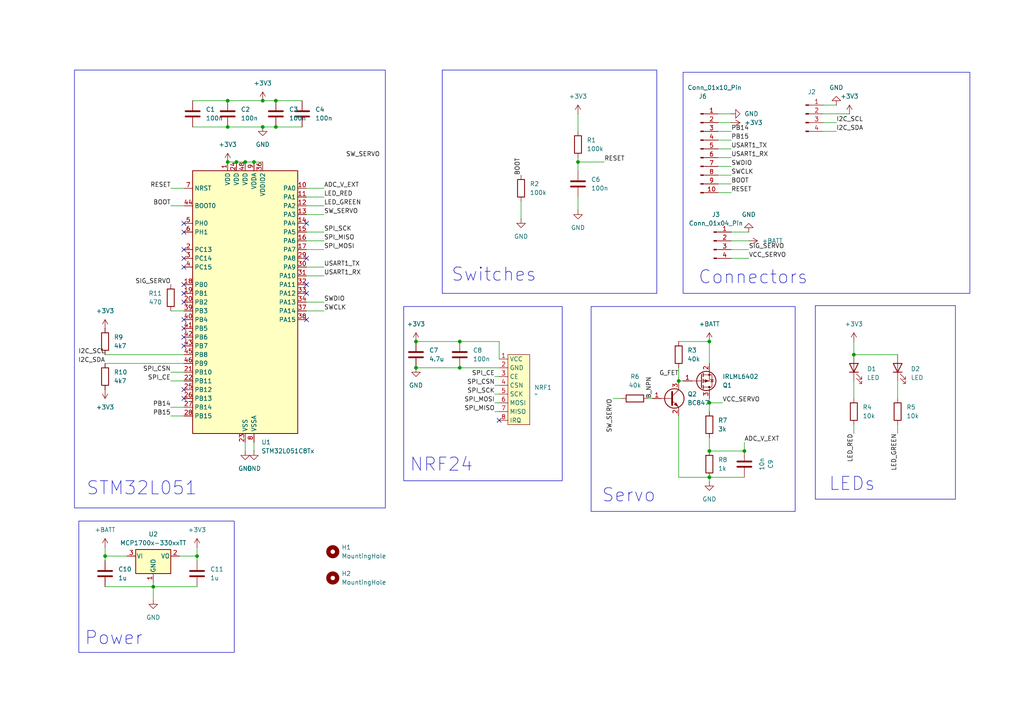
<source format=kicad_sch>
(kicad_sch (version 20250114) (generator "eeschema") (generator_version "9.0")
  (paper "A4")
  (title_block (title "Ventilation") (company "Peter's projects"))
  (lib_symbols
    (symbol "Connector:Conn_01x04_Pin" (pin_names (offset 1.016) (hide yes))
      (property "Reference" "J" (at 0 5.08 0))
      (property "Value" "Conn_01x04_Pin" (at 0 -7.62 0))
      (symbol "Conn_01x04_Pin_1_1"
        (rectangle (start 0.8636 2.667) (end 0 2.413) (stroke (width 0.1524)) (fill (type outline)))
        (rectangle (start 0.8636 0.127) (end 0 -0.127) (stroke (width 0.1524)) (fill (type outline)))
        (rectangle (start 0.8636 -2.413) (end 0 -2.667) (stroke (width 0.1524)) (fill (type outline)))
        (rectangle (start 0.8636 -4.953) (end 0 -5.207) (stroke (width 0.1524)) (fill (type outline)))
        (polyline (pts (xy 1.27 2.54) (xy 0.8636 2.54)) (stroke (width 0.1524)))
        (polyline (pts (xy 1.27 0) (xy 0.8636 0)) (stroke (width 0.1524)))
        (polyline (pts (xy 1.27 -2.54) (xy 0.8636 -2.54)) (stroke (width 0.1524)))
        (polyline (pts (xy 1.27 -5.08) (xy 0.8636 -5.08)) (stroke (width 0.1524)))
        (pin passive line (at 5.08 2.54 180) (length 3.81) (name "Pin_1") (number "1"))
        (pin passive line (at 5.08 0 180) (length 3.81) (name "Pin_2") (number "2"))
        (pin passive line (at 5.08 -2.54 180) (length 3.81) (name "Pin_3") (number "3"))
        (pin passive line (at 5.08 -5.08 180) (length 3.81) (name "Pin_4") (number "4"))
      )
    )
    (symbol "Connector:Conn_01x10_Pin" (pin_names (offset 1.016) (hide yes))
      (property "Reference" "J" (at 0 12.7 0))
      (property "Value" "Conn_01x10_Pin" (at 0 -15.24 0))
      (symbol "Conn_01x10_Pin_1_1"
        (rectangle (start 0.8636 10.287) (end 0 10.033) (stroke (width 0.1524)) (fill (type outline)))
        (rectangle (start 0.8636 7.747) (end 0 7.493) (stroke (width 0.1524)) (fill (type outline)))
        (rectangle (start 0.8636 5.207) (end 0 4.953) (stroke (width 0.1524)) (fill (type outline)))
        (rectangle (start 0.8636 2.667) (end 0 2.413) (stroke (width 0.1524)) (fill (type outline)))
        (rectangle (start 0.8636 0.127) (end 0 -0.127) (stroke (width 0.1524)) (fill (type outline)))
        (rectangle (start 0.8636 -2.413) (end 0 -2.667) (stroke (width 0.1524)) (fill (type outline)))
        (rectangle (start 0.8636 -4.953) (end 0 -5.207) (stroke (width 0.1524)) (fill (type outline)))
        (rectangle (start 0.8636 -7.493) (end 0 -7.747) (stroke (width 0.1524)) (fill (type outline)))
        (rectangle (start 0.8636 -10.033) (end 0 -10.287) (stroke (width 0.1524)) (fill (type outline)))
        (rectangle (start 0.8636 -12.573) (end 0 -12.827) (stroke (width 0.1524)) (fill (type outline)))
        (polyline (pts (xy 1.27 10.16) (xy 0.8636 10.16)) (stroke (width 0.1524)))
        (polyline (pts (xy 1.27 7.62) (xy 0.8636 7.62)) (stroke (width 0.1524)))
        (polyline (pts (xy 1.27 5.08) (xy 0.8636 5.08)) (stroke (width 0.1524)))
        (polyline (pts (xy 1.27 2.54) (xy 0.8636 2.54)) (stroke (width 0.1524)))
        (polyline (pts (xy 1.27 0) (xy 0.8636 0)) (stroke (width 0.1524)))
        (polyline (pts (xy 1.27 -2.54) (xy 0.8636 -2.54)) (stroke (width 0.1524)))
        (polyline (pts (xy 1.27 -5.08) (xy 0.8636 -5.08)) (stroke (width 0.1524)))
        (polyline (pts (xy 1.27 -7.62) (xy 0.8636 -7.62)) (stroke (width 0.1524)))
        (polyline (pts (xy 1.27 -10.16) (xy 0.8636 -10.16)) (stroke (width 0.1524)))
        (polyline (pts (xy 1.27 -12.7) (xy 0.8636 -12.7)) (stroke (width 0.1524)))
        (pin passive line (at 5.08 10.16 180) (length 3.81) (name "Pin_1") (number "1"))
        (pin passive line (at 5.08 7.62 180) (length 3.81) (name "Pin_2") (number "2"))
        (pin passive line (at 5.08 5.08 180) (length 3.81) (name "Pin_3") (number "3"))
        (pin passive line (at 5.08 2.54 180) (length 3.81) (name "Pin_4") (number "4"))
        (pin passive line (at 5.08 0 180) (length 3.81) (name "Pin_5") (number "5"))
        (pin passive line (at 5.08 -2.54 180) (length 3.81) (name "Pin_6") (number "6"))
        (pin passive line (at 5.08 -5.08 180) (length 3.81) (name "Pin_7") (number "7"))
        (pin passive line (at 5.08 -7.62 180) (length 3.81) (name "Pin_8") (number "8"))
        (pin passive line (at 5.08 -10.16 180) (length 3.81) (name "Pin_9") (number "9"))
        (pin passive line (at 5.08 -12.7 180) (length 3.81) (name "Pin_10") (number "10"))
      )
    )
    (symbol "Device:C" (pin_numbers (hide yes)) (pin_names (offset 0.254))
      (property "Reference" "C" (at 0.635 2.54 0))
      (property "Value" "C" (at 0.635 -2.54 0))
      (symbol "C_0_1"
        (polyline (pts (xy -2.032 0.762) (xy 2.032 0.762)) (stroke (width 0.508)))
        (polyline (pts (xy -2.032 -0.762) (xy 2.032 -0.762)) (stroke (width 0.508)))
      )
      (symbol "C_1_1"
        (pin passive line (at 0 3.81 270) (length 2.794) (name "~") (number "1"))
        (pin passive line (at 0 -3.81 90) (length 2.794) (name "~") (number "2"))
      )
    )
    (symbol "Device:LED" (pin_numbers (hide yes)) (pin_names (offset 1.016) (hide yes))
      (property "Reference" "D" (at 0 2.54 0))
      (property "Value" "LED" (at 0 -2.54 0))
      (symbol "LED_0_1"
        (polyline (pts (xy -3.048 -0.762) (xy -4.572 -2.286) (xy -3.81 -2.286) (xy -4.572 -2.286) (xy -4.572 -1.524)))
        (polyline (pts (xy -1.778 -0.762) (xy -3.302 -2.286) (xy -2.54 -2.286) (xy -3.302 -2.286) (xy -3.302 -1.524)))
        (polyline (pts (xy -1.27 0) (xy 1.27 0)))
        (polyline (pts (xy -1.27 -1.27) (xy -1.27 1.27)) (stroke (width 0.254)))
        (polyline (pts (xy 1.27 -1.27) (xy 1.27 1.27) (xy -1.27 0) (xy 1.27 -1.27)) (stroke (width 0.254)))
      )
      (symbol "LED_1_1"
        (pin passive line (at -3.81 0 0) (length 2.54) (name "K") (number "1"))
        (pin passive line (at 3.81 0 180) (length 2.54) (name "A") (number "2"))
      )
    )
    (symbol "Device:R" (pin_numbers (hide yes)) (pin_names (offset 0))
      (property "Reference" "R" (at 2.032 0 90))
      (property "Value" "R" (at 0 0 90))
      (symbol "R_0_1"
        (rectangle (start -1.016 -2.54) (end 1.016 2.54) (stroke (width 0.254)))
      )
      (symbol "R_1_1"
        (pin passive line (at 0 3.81 270) (length 1.27) (name "~") (number "1"))
        (pin passive line (at 0 -3.81 90) (length 1.27) (name "~") (number "2"))
      )
    )
    (symbol "MCU_ST_STM32L0:STM32L051C8Tx"
      (property "Reference" "U" (at -15.24 39.37 0))
      (property "Value" "STM32L051C8Tx" (at 7.62 39.37 0))
      (symbol "STM32L051C8Tx_0_1"
        (rectangle (start -15.24 -38.1) (end 15.24 38.1) (stroke (width 0.254)) (fill (type background)))
      )
      (symbol "STM32L051C8Tx_1_1"
        (pin input line (at -17.78 33.02 0) (length 2.54) (name "NRST") (number "7"))
        (pin input line (at -17.78 27.94 0) (length 2.54) (name "BOOT0") (number "44"))
        (pin bidirectional line (at -17.78 22.86 0) (length 2.54) (name "PH0") (number "5"))
        (pin bidirectional line (at -17.78 20.32 0) (length 2.54) (name "PH1") (number "6"))
        (pin bidirectional line (at -17.78 15.24 0) (length 2.54) (name "PC13") (number "2"))
        (pin bidirectional line (at -17.78 12.7 0) (length 2.54) (name "PC14") (number "3"))
        (pin bidirectional line (at -17.78 10.16 0) (length 2.54) (name "PC15") (number "4"))
        (pin bidirectional line (at -17.78 5.08 0) (length 2.54) (name "PB0") (number "18"))
        (pin bidirectional line (at -17.78 2.54 0) (length 2.54) (name "PB1") (number "19"))
        (pin bidirectional line (at -17.78 0 0) (length 2.54) (name "PB2") (number "20"))
        (pin bidirectional line (at -17.78 -2.54 0) (length 2.54) (name "PB3") (number "39"))
        (pin bidirectional line (at -17.78 -5.08 0) (length 2.54) (name "PB4") (number "40"))
        (pin bidirectional line (at -17.78 -7.62 0) (length 2.54) (name "PB5") (number "41"))
        (pin bidirectional line (at -17.78 -10.16 0) (length 2.54) (name "PB6") (number "42"))
        (pin bidirectional line (at -17.78 -12.7 0) (length 2.54) (name "PB7") (number "43"))
        (pin bidirectional line (at -17.78 -15.24 0) (length 2.54) (name "PB8") (number "45"))
        (pin bidirectional line (at -17.78 -17.78 0) (length 2.54) (name "PB9") (number "46"))
        (pin bidirectional line (at -17.78 -20.32 0) (length 2.54) (name "PB10") (number "21"))
        (pin bidirectional line (at -17.78 -22.86 0) (length 2.54) (name "PB11") (number "22"))
        (pin bidirectional line (at -17.78 -25.4 0) (length 2.54) (name "PB12") (number "25"))
        (pin bidirectional line (at -17.78 -27.94 0) (length 2.54) (name "PB13") (number "26"))
        (pin bidirectional line (at -17.78 -30.48 0) (length 2.54) (name "PB14") (number "27"))
        (pin bidirectional line (at -17.78 -33.02 0) (length 2.54) (name "PB15") (number "28"))
        (pin power_in line (at -5.08 40.64 270) (length 2.54) (name "VDD") (number "1"))
        (pin power_in line (at -2.54 40.64 270) (length 2.54) (name "VDD") (number "24"))
        (pin power_in line (at 0 40.64 270) (length 2.54) (name "VDD") (number "48"))
        (pin power_in line (at 0 -40.64 90) (length 2.54) (name "VSS") (number "23"))
        (pin passive line (at 0 -40.64 90) (length 2.54) (hide yes) (name "VSS") (number "35"))
        (pin passive line (at 0 -40.64 90) (length 2.54) (hide yes) (name "VSS") (number "47"))
        (pin power_in line (at 2.54 40.64 270) (length 2.54) (name "VDDA") (number "9"))
        (pin power_in line (at 2.54 -40.64 90) (length 2.54) (name "VSSA") (number "8"))
        (pin power_in line (at 5.08 40.64 270) (length 2.54) (name "VDDIO2") (number "36"))
        (pin bidirectional line (at 17.78 33.02 180) (length 2.54) (name "PA0") (number "10"))
        (pin bidirectional line (at 17.78 30.48 180) (length 2.54) (name "PA1") (number "11"))
        (pin bidirectional line (at 17.78 27.94 180) (length 2.54) (name "PA2") (number "12"))
        (pin bidirectional line (at 17.78 25.4 180) (length 2.54) (name "PA3") (number "13"))
        (pin bidirectional line (at 17.78 22.86 180) (length 2.54) (name "PA4") (number "14"))
        (pin bidirectional line (at 17.78 20.32 180) (length 2.54) (name "PA5") (number "15"))
        (pin bidirectional line (at 17.78 17.78 180) (length 2.54) (name "PA6") (number "16"))
        (pin bidirectional line (at 17.78 15.24 180) (length 2.54) (name "PA7") (number "17"))
        (pin bidirectional line (at 17.78 12.7 180) (length 2.54) (name "PA8") (number "29"))
        (pin bidirectional line (at 17.78 10.16 180) (length 2.54) (name "PA9") (number "30"))
        (pin bidirectional line (at 17.78 7.62 180) (length 2.54) (name "PA10") (number "31"))
        (pin bidirectional line (at 17.78 5.08 180) (length 2.54) (name "PA11") (number "32"))
        (pin bidirectional line (at 17.78 2.54 180) (length 2.54) (name "PA12") (number "33"))
        (pin bidirectional line (at 17.78 0 180) (length 2.54) (name "PA13") (number "34"))
        (pin bidirectional line (at 17.78 -2.54 180) (length 2.54) (name "PA14") (number "37"))
        (pin bidirectional line (at 17.78 -5.08 180) (length 2.54) (name "PA15") (number "38"))
      )
    )
    (symbol "Mechanical:MountingHole" (pin_names (offset 1.016)) (in_bom no)
      (property "Reference" "H" (at 0 5.08 0))
      (property "Value" "MountingHole" (at 0 3.175 0))
      (symbol "MountingHole_0_1"
        (circle (center 0 0) (radius 1.27) (stroke (width 1.27)))
      )
    )
    (symbol "PVDW_custom:NRF24L01MINI"
      (property "Reference" "NRF24" (at 2.54 2.54 0))
      (symbol "NRF24L01MINI_1_1"
        (rectangle (start 0 1.27) (end 6.35 -19.05) (fill (type background)))
        (pin power_in line (at -2.54 0 0) (length 2.54) (name "VCC") (number "1"))
        (pin power_in line (at -2.54 -2.54 0) (length 2.54) (name "GND") (number "2"))
        (pin input line (at -2.54 -5.08 0) (length 2.54) (name "CE") (number "3"))
        (pin input line (at -2.54 -7.62 0) (length 2.54) (name "CSN") (number "4"))
        (pin input line (at -2.54 -10.16 0) (length 2.54) (name "SCK") (number "5"))
        (pin input line (at -2.54 -12.7 0) (length 2.54) (name "MOSI") (number "6"))
        (pin output line (at -2.54 -15.24 0) (length 2.54) (name "MISO") (number "7"))
        (pin output line (at -2.54 -17.78 0) (length 2.54) (name "IRQ") (number "8"))
      )
    )
    (symbol "Regulator_Linear:MCP1700x-330xxTT" (pin_names (offset 0.254))
      (property "Reference" "U" (at -3.81 3.175 0))
      (property "Value" "MCP1700x-330xxTT" (at 0 3.175 0))
      (symbol "MCP1700x-330xxTT_0_1"
        (rectangle (start -5.08 1.905) (end 5.08 -5.08) (stroke (width 0.254)) (fill (type background)))
      )
      (symbol "MCP1700x-330xxTT_1_1"
        (pin power_in line (at -7.62 0 0) (length 2.54) (name "VI") (number "3"))
        (pin power_in line (at 0 -7.62 90) (length 2.54) (name "GND") (number "1"))
        (pin power_out line (at 7.62 0 180) (length 2.54) (name "VO") (number "2"))
      )
    )
    (symbol "Transistor_BJT:BC847" (pin_names (offset 0) (hide yes))
      (property "Reference" "Q" (at 5.08 1.905 0))
      (property "Value" "BC847" (at 5.08 0 0))
      (symbol "BC847_0_1"
        (polyline (pts (xy -2.54 0) (xy 0.635 0)))
        (polyline (pts (xy 0.635 1.905) (xy 0.635 -1.905)) (stroke (width 0.508)))
        (circle (center 1.27 0) (radius 2.8194) (stroke (width 0.254)))
      )
      (symbol "BC847_1_1"
        (polyline (pts (xy 0.635 0.635) (xy 2.54 2.54)))
        (polyline (pts (xy 0.635 -0.635) (xy 2.54 -2.54)))
        (polyline (pts (xy 1.27 -1.778) (xy 1.778 -1.27) (xy 2.286 -2.286) (xy 1.27 -1.778)) (fill (type outline)))
        (pin input line (at -5.08 0 0) (length 2.54) (name "B") (number "1"))
        (pin passive line (at 2.54 5.08 270) (length 2.54) (name "C") (number "3"))
        (pin passive line (at 2.54 -5.08 90) (length 2.54) (name "E") (number "2"))
      )
    )
    (symbol "Transistor_FET:IRLML6402" (pin_names (hide yes))
      (property "Reference" "Q" (at 5.08 1.905 0))
      (property "Value" "IRLML6402" (at 5.08 0 0))
      (symbol "IRLML6402_0_1"
        (polyline (pts (xy 0.254 1.905) (xy 0.254 -1.905)) (stroke (width 0.254)))
        (polyline (pts (xy 0.254 0) (xy -2.54 0)))
        (polyline (pts (xy 0.762 2.286) (xy 0.762 1.27)) (stroke (width 0.254)))
        (polyline (pts (xy 0.762 1.778) (xy 3.302 1.778) (xy 3.302 -1.778) (xy 0.762 -1.778)))
        (polyline (pts (xy 0.762 0.508) (xy 0.762 -0.508)) (stroke (width 0.254)))
        (polyline (pts (xy 0.762 -1.27) (xy 0.762 -2.286)) (stroke (width 0.254)))
        (circle (center 1.651 0) (radius 2.794) (stroke (width 0.254)))
        (polyline (pts (xy 2.286 0) (xy 1.27 0.381) (xy 1.27 -0.381) (xy 2.286 0)) (fill (type outline)))
        (polyline (pts (xy 2.54 2.54) (xy 2.54 1.778)))
        (circle (center 2.54 1.778) (radius 0.254) (fill (type outline)))
        (circle (center 2.54 -1.778) (radius 0.254) (fill (type outline)))
        (polyline (pts (xy 2.54 -2.54) (xy 2.54 0) (xy 0.762 0)))
        (polyline (pts (xy 2.794 -0.508) (xy 2.921 -0.381) (xy 3.683 -0.381) (xy 3.81 -0.254)))
        (polyline (pts (xy 3.302 -0.381) (xy 2.921 0.254) (xy 3.683 0.254) (xy 3.302 -0.381)))
      )
      (symbol "IRLML6402_1_1"
        (pin input line (at -5.08 0 0) (length 2.54) (name "G") (number "1"))
        (pin passive line (at 2.54 5.08 270) (length 2.54) (name "D") (number "3"))
        (pin passive line (at 2.54 -5.08 90) (length 2.54) (name "S") (number "2"))
      )
    )
    (symbol "power:+3V3" (power) (pin_numbers (hide yes)) (pin_names (offset 0) (hide yes))
      (property "Value" "+3V3" (at 0 3.556 0))
      (symbol "+3V3_0_1"
        (polyline (pts (xy -0.762 1.27) (xy 0 2.54)))
        (polyline (pts (xy 0 2.54) (xy 0.762 1.27)))
        (polyline (pts (xy 0 0) (xy 0 2.54)))
      )
      (symbol "+3V3_1_1"
        (pin power_in line (at 0 0 90) (length 0) (name "~") (number "1"))
      )
    )
    (symbol "power:+BATT" (power) (pin_numbers (hide yes)) (pin_names (offset 0) (hide yes))
      (property "Value" "+BATT" (at 0 3.556 0))
      (symbol "+BATT_0_1"
        (polyline (pts (xy -0.762 1.27) (xy 0 2.54)))
        (polyline (pts (xy 0 2.54) (xy 0.762 1.27)))
        (polyline (pts (xy 0 0) (xy 0 2.54)))
      )
      (symbol "+BATT_1_1"
        (pin power_in line (at 0 0 90) (length 0) (name "~") (number "1"))
      )
    )
    (symbol "power:GND" (power) (pin_numbers (hide yes)) (pin_names (offset 0) (hide yes))
      (property "Value" "GND" (at 0 -3.81 0))
      (symbol "GND_0_1"
        (polyline (pts (xy 0 0) (xy 0 -1.27) (xy 1.27 -1.27) (xy 0 -2.54) (xy -1.27 -1.27) (xy 0 -1.27)))
      )
      (symbol "GND_1_1"
        (pin power_in line (at 0 0 270) (length 0) (name "~") (number "1"))
      )
    )
  )
  (rectangle (start 21.59 20.32) (end 111.76 147.32))
  (rectangle (start 171.45 88.9) (end 230.632 148.336))
  (rectangle (start 198.12 20.955) (end 281.305 85.09))
  (rectangle (start 22.86 151.13) (end 67.945 189.23))
  (rectangle (start 236.474 88.646) (end 277.114 144.78))
  (rectangle (start 128.27 20.32) (end 190.5 85.09))
  (rectangle (start 117.094 88.9) (end 163.068 139.446))
  (text "Connectors" (at 218.44 80.518 0) (effects (font (size 3.81 3.81))))
  (text "Servo\n" (at 182.372 143.764 0) (effects (font (size 3.81 3.81))))
  (text "NRF24" (at 128.016 134.874 0) (effects (font (size 3.81 3.81))))
  (text "Power" (at 33.02 185.166 0) (effects (font (size 3.81 3.81))))
  (text "LEDs" (at 247.142 140.462 0) (effects (font (size 3.81 3.81))))
  (text "Switches" (at 143.256 79.756 0) (effects (font (size 3.81 3.81))))
  (text "STM32L051" (at 41.148 141.732 0) (effects (font (size 3.81 3.81))))
  (junction (at 66.04 29.21))
  (junction (at 205.74 116.84))
  (junction (at 120.65 99.06))
  (junction (at 66.04 46.99))
  (junction (at 44.45 170.18))
  (junction (at 76.2 36.83))
  (junction (at 66.04 36.83))
  (junction (at 68.58 46.99))
  (junction (at 205.74 99.06))
  (junction (at 205.74 138.43))
  (junction (at 247.65 102.87))
  (junction (at 133.35 99.06))
  (junction (at 133.35 106.68))
  (junction (at 30.48 161.29))
  (junction (at 120.65 106.68))
  (junction (at 215.9 130.81))
  (junction (at 80.01 29.21))
  (junction (at 196.85 110.49))
  (junction (at 71.12 46.99))
  (junction (at 57.15 161.29))
  (junction (at 205.74 130.81))
  (junction (at 167.64 46.99))
  (junction (at 80.01 36.83))
  (junction (at 76.2 29.21))
  (junction (at 73.66 46.99))
  (no_connect (at 88.9 74.93))
  (no_connect (at 144.78 121.92))
  (no_connect (at 53.34 74.93))
  (no_connect (at 88.9 64.77))
  (no_connect (at 53.34 95.25))
  (no_connect (at 53.34 115.57))
  (no_connect (at 88.9 85.09))
  (no_connect (at 53.34 87.63))
  (no_connect (at 88.9 92.71))
  (no_connect (at 53.34 77.47))
  (no_connect (at 53.34 64.77))
  (no_connect (at 53.34 97.79))
  (no_connect (at 53.34 92.71))
  (no_connect (at 53.34 113.03))
  (no_connect (at 53.34 82.55))
  (no_connect (at 53.34 67.31))
  (no_connect (at 88.9 82.55))
  (no_connect (at 53.34 100.33))
  (no_connect (at 53.34 72.39))
  (no_connect (at 53.34 85.09))
  (wire (pts (xy 212.09 74.93) (xy 217.17 74.93)))
  (wire (pts (xy 208.28 45.72) (xy 212.09 45.72)))
  (wire (pts (xy 30.48 161.29) (xy 36.83 161.29)))
  (wire (pts (xy 208.28 43.18) (xy 212.09 43.18)))
  (wire (pts (xy 71.12 128.27) (xy 71.12 130.81)))
  (wire (pts (xy 57.15 158.75) (xy 57.15 161.29)))
  (wire (pts (xy 88.9 59.69) (xy 93.98 59.69)))
  (wire (pts (xy 260.35 110.49) (xy 260.35 115.57)))
  (wire (pts (xy 167.64 33.02) (xy 167.64 38.1)))
  (wire (pts (xy 208.28 33.02) (xy 212.09 33.02)))
  (wire (pts (xy 30.48 158.75) (xy 30.48 161.29)))
  (wire (pts (xy 66.04 29.21) (xy 76.2 29.21)))
  (wire (pts (xy 196.85 99.06) (xy 205.74 99.06)))
  (wire (pts (xy 49.53 90.17) (xy 53.34 90.17)))
  (wire (pts (xy 187.96 115.57) (xy 189.23 115.57)))
  (wire (pts (xy 88.9 69.85) (xy 93.98 69.85)))
  (wire (pts (xy 55.88 29.21) (xy 66.04 29.21)))
  (wire (pts (xy 205.74 116.84) (xy 209.55 116.84)))
  (wire (pts (xy 247.65 99.06) (xy 247.65 102.87)))
  (wire (pts (xy 196.85 106.68) (xy 196.85 110.49)))
  (wire (pts (xy 80.01 36.83) (xy 87.63 36.83)))
  (wire (pts (xy 88.9 67.31) (xy 93.98 67.31)))
  (wire (pts (xy 205.74 116.84) (xy 205.74 119.38)))
  (wire (pts (xy 196.85 120.65) (xy 196.85 138.43)))
  (wire (pts (xy 73.66 46.99) (xy 76.2 46.99)))
  (wire (pts (xy 143.51 116.84) (xy 144.78 116.84)))
  (wire (pts (xy 44.45 170.18) (xy 57.15 170.18)))
  (wire (pts (xy 238.76 30.48) (xy 242.57 30.48)))
  (wire (pts (xy 55.88 36.83) (xy 66.04 36.83)))
  (wire (pts (xy 212.09 69.85) (xy 217.17 69.85)))
  (wire (pts (xy 30.48 102.87) (xy 53.34 102.87)))
  (wire (pts (xy 167.64 46.99) (xy 175.26 46.99)))
  (wire (pts (xy 66.04 36.83) (xy 76.2 36.83)))
  (wire (pts (xy 167.64 57.15) (xy 167.64 60.96)))
  (wire (pts (xy 143.51 119.38) (xy 144.78 119.38)))
  (wire (pts (xy 238.76 38.1) (xy 242.57 38.1)))
  (wire (pts (xy 205.74 130.81) (xy 215.9 130.81)))
  (wire (pts (xy 44.45 168.91) (xy 44.45 170.18)))
  (wire (pts (xy 71.12 46.99) (xy 73.66 46.99)))
  (wire (pts (xy 167.64 46.99) (xy 167.64 49.53)))
  (wire (pts (xy 205.74 138.43) (xy 215.9 138.43)))
  (wire (pts (xy 88.9 90.17) (xy 93.98 90.17)))
  (wire (pts (xy 151.13 58.42) (xy 151.13 63.5)))
  (wire (pts (xy 88.9 72.39) (xy 93.98 72.39)))
  (wire (pts (xy 57.15 161.29) (xy 57.15 162.56)))
  (wire (pts (xy 238.76 35.56) (xy 242.57 35.56)))
  (wire (pts (xy 196.85 110.49) (xy 198.12 110.49)))
  (wire (pts (xy 143.51 109.22) (xy 144.78 109.22)))
  (wire (pts (xy 212.09 72.39) (xy 217.17 72.39)))
  (wire (pts (xy 76.2 36.83) (xy 80.01 36.83)))
  (wire (pts (xy 52.07 161.29) (xy 57.15 161.29)))
  (wire (pts (xy 208.28 50.8) (xy 212.09 50.8)))
  (wire (pts (xy 196.85 138.43) (xy 205.74 138.43)))
  (wire (pts (xy 66.04 46.99) (xy 68.58 46.99)))
  (wire (pts (xy 30.48 170.18) (xy 44.45 170.18)))
  (wire (pts (xy 208.28 55.88) (xy 212.09 55.88)))
  (wire (pts (xy 49.53 110.49) (xy 53.34 110.49)))
  (wire (pts (xy 120.65 99.06) (xy 133.35 99.06)))
  (wire (pts (xy 53.34 118.11) (xy 49.53 118.11)))
  (wire (pts (xy 49.53 54.61) (xy 53.34 54.61)))
  (wire (pts (xy 205.74 127) (xy 205.74 130.81)))
  (wire (pts (xy 215.9 128.27) (xy 215.9 130.81)))
  (wire (pts (xy 260.35 123.19) (xy 260.35 125.73)))
  (wire (pts (xy 30.48 105.41) (xy 53.34 105.41)))
  (wire (pts (xy 247.65 123.19) (xy 247.65 125.73)))
  (wire (pts (xy 143.51 114.3) (xy 144.78 114.3)))
  (wire (pts (xy 88.9 80.01) (xy 93.98 80.01)))
  (wire (pts (xy 247.65 110.49) (xy 247.65 115.57)))
  (wire (pts (xy 212.09 67.31) (xy 217.17 67.31)))
  (wire (pts (xy 30.48 161.29) (xy 30.48 162.56)))
  (wire (pts (xy 208.28 35.56) (xy 212.09 35.56)))
  (wire (pts (xy 88.9 54.61) (xy 93.98 54.61)))
  (wire (pts (xy 208.28 53.34) (xy 212.09 53.34)))
  (wire (pts (xy 44.45 170.18) (xy 44.45 173.99)))
  (wire (pts (xy 76.2 29.21) (xy 80.01 29.21)))
  (wire (pts (xy 49.53 59.69) (xy 53.34 59.69)))
  (wire (pts (xy 143.51 111.76) (xy 144.78 111.76)))
  (wire (pts (xy 88.9 62.23) (xy 93.98 62.23)))
  (wire (pts (xy 205.74 115.57) (xy 205.74 116.84)))
  (wire (pts (xy 73.66 128.27) (xy 73.66 130.81)))
  (wire (pts (xy 68.58 46.99) (xy 71.12 46.99)))
  (wire (pts (xy 144.78 99.06) (xy 144.78 104.14)))
  (wire (pts (xy 167.64 45.72) (xy 167.64 46.99)))
  (wire (pts (xy 205.74 99.06) (xy 205.74 105.41)))
  (wire (pts (xy 80.01 29.21) (xy 87.63 29.21)))
  (wire (pts (xy 247.65 102.87) (xy 260.35 102.87)))
  (wire (pts (xy 205.74 138.43) (xy 205.74 139.7)))
  (wire (pts (xy 88.9 87.63) (xy 93.98 87.63)))
  (wire (pts (xy 177.8 115.57) (xy 180.34 115.57)))
  (wire (pts (xy 120.65 106.68) (xy 133.35 106.68)))
  (wire (pts (xy 208.28 48.26) (xy 212.09 48.26)))
  (wire (pts (xy 238.76 33.02) (xy 246.38 33.02)))
  (wire (pts (xy 208.28 38.1) (xy 212.09 38.1)))
  (wire (pts (xy 88.9 77.47) (xy 93.98 77.47)))
  (wire (pts (xy 49.53 120.65) (xy 53.34 120.65)))
  (wire (pts (xy 208.28 40.64) (xy 212.09 40.64)))
  (wire (pts (xy 49.53 107.95) (xy 53.34 107.95)))
  (wire (pts (xy 133.35 106.68) (xy 144.78 106.68)))
  (wire (pts (xy 88.9 57.15) (xy 93.98 57.15)))
  (wire (pts (xy 133.35 99.06) (xy 144.78 99.06)))
  (label "SWDIO" (at 212.09 48.26 0))
  (label "RESET" (at 175.26 46.99 0))
  (label "I2C_SCL" (at 30.48 102.87 180))
  (label "I2C_SDA" (at 30.48 105.41 180))
  (label "LED_RED" (at 93.98 57.15 0))
  (label "SIG_SERVO" (at 49.53 82.55 180))
  (label "SW_SERVO" (at 93.98 62.23 0))
  (label "PB14" (at 49.53 118.11 180))
  (label "BOOT" (at 49.53 59.69 180))
  (label "VCC_SERVO" (at 217.17 74.93 0))
  (label "SIG_SERVO" (at 217.17 72.39 0))
  (label "ADC_V_EXT" (at 93.98 54.61 0))
  (label "LED_RED" (at 247.65 125.73 270))
  (label "B_NPN" (at 189.23 115.57 90))
  (label "SPI_MOSI" (at 93.98 72.39 0))
  (label "USART1_RX" (at 93.98 80.01 0))
  (label "SPI_MISO" (at 143.51 119.38 180))
  (label "RESET" (at 49.53 54.61 180))
  (label "SPI_SCK" (at 93.98 67.31 0))
  (label "I2C_SCL" (at 242.57 35.56 0))
  (label "USART1_RX" (at 212.09 45.72 0))
  (label "SWCLK" (at 93.98 90.17 0))
  (label "SWDIO" (at 93.98 87.63 0))
  (label "LED_GREEN" (at 260.35 125.73 270))
  (label "USART1_TX" (at 93.98 77.47 0))
  (label "LED_GREEN" (at 93.98 59.69 0))
  (label "USART1_TX" (at 212.09 43.18 0))
  (label "PB15" (at 212.09 40.64 0))
  (label "SPI_CSN" (at 143.51 111.76 180))
  (label "SPI_CE" (at 49.53 110.49 180))
  (label "G_FET" (at 196.85 109.22 180))
  (label "SWCLK" (at 212.09 50.8 0))
  (label "VCC_SERVO" (at 209.55 116.84 0))
  (label "BOOT" (at 151.13 50.8 90))
  (label "PB14" (at 212.09 38.1 0))
  (label "SPI_MOSI" (at 143.51 116.84 180))
  (label "PB15" (at 49.53 120.65 180))
  (label "SW_SERVO" (at 100.33 45.72 0))
  (label "I2C_SDA" (at 242.57 38.1 0))
  (label "SPI_MISO" (at 93.98 69.85 0))
  (label "SPI_SCK" (at 143.51 114.3 180))
  (label "BOOT" (at 212.09 53.34 0))
  (label "RESET" (at 212.09 55.88 0))
  (label "SPI_CE" (at 143.51 109.22 180))
  (label "ADC_V_EXT" (at 215.9 128.27 0))
  (label "SPI_CSN" (at 49.53 107.95 180))
  (label "SW_SERVO" (at 177.8 115.57 270))
  (symbol (lib_id "Device:R") (at 184.15 115.57 90) (unit 1)
    (property "Reference" "R6" (at 184.15 109.22 90))
    (property "Value" "40k" (at 184.15 111.76 90))
    (property "Footprint" "Resistor_SMD:R_0805_2012Metric_Pad1.20x1.40mm_HandSolder" (effects (hide yes)))
    (property "Description" "Resistor" (effects (hide yes)))
  )
  (symbol (lib_id "power:+3V3") (at 246.38 33.02 0) (unit 1)
    (property "Reference" "#PWR02" (effects (hide yes)))
    (property "Value" "+3V3" (at 246.38 27.94 0))
    (property "Description" "Power symbol creates a global label with name \"+3V3\"" (effects (hide yes)))
  )
  (symbol (lib_id "power:GND") (at 151.13 63.5 0) (unit 1)
    (property "Reference" "#PWR010" (effects (hide yes)))
    (property "Value" "GND" (at 151.13 68.58 0))
    (property "Description" "Power symbol creates a global label with name \"GND\" , ground" (effects (hide yes)))
  )
  (symbol (lib_id "power:+BATT") (at 217.17 69.85 270) (unit 1)
    (property "Reference" "#PWR07" (effects (hide yes)))
    (property "Value" "+BATT" (at 220.98 69.8499 90) (effects (justify left)))
    (property "Description" "Power symbol creates a global label with name \"+BATT\"" (effects (hide yes)))
  )
  (symbol (lib_id "power:GND") (at 120.65 106.68 0) (unit 1)
    (property "Reference" "#PWR015" (effects (hide yes)))
    (property "Value" "GND" (at 120.65 111.76 0))
    (property "Description" "Power symbol creates a global label with name \"GND\" , ground" (effects (hide yes)))
  )
  (symbol (lib_id "Device:R") (at 49.53 86.36 0) (mirror y) (unit 1)
    (property "Reference" "R11" (at 46.99 85.0899 0) (effects (justify left)))
    (property "Value" "470" (at 46.99 87.6299 0) (effects (justify left)))
    (property "Footprint" "Resistor_SMD:R_0805_2012Metric" (effects (hide yes)))
    (property "Description" "Resistor" (effects (hide yes)))
  )
  (symbol (lib_id "power:GND") (at 71.12 130.81 0) (unit 1)
    (property "Reference" "#PWR021" (effects (hide yes)))
    (property "Value" "GND" (at 71.12 135.89 0))
    (property "Description" "Power symbol creates a global label with name \"GND\" , ground" (effects (hide yes)))
  )
  (symbol (lib_id "power:+3V3") (at 120.65 99.06 0) (unit 1)
    (property "Reference" "#PWR013" (effects (hide yes)))
    (property "Value" "+3V3" (at 120.65 93.98 0))
    (property "Description" "Power symbol creates a global label with name \"+3V3\"" (effects (hide yes)))
  )
  (symbol (lib_id "Connector:Conn_01x04_Pin") (at 207.01 69.85 0) (unit 1)
    (property "Reference" "J3" (at 207.645 62.23 0))
    (property "Value" "Conn_01x04_Pin" (at 207.645 64.77 0))
    (property "Footprint" "PVDW_custom:Connector_1x4_p2.54_hortizontal" (effects (hide yes)))
    (property "Description" "Generic connector, single row, 01x04, script generated" (effects (hide yes)))
  )
  (symbol (lib_id "Transistor_FET:IRLML6402") (at 203.2 110.49 0) (mirror x) (unit 1)
    (property "Reference" "Q1" (at 209.55 111.7601 0) (effects (justify left)))
    (property "Value" "IRLML6402" (at 209.55 109.2201 0) (effects (justify left)))
    (property "Footprint" "Package_TO_SOT_SMD:TSOT-23_HandSoldering" (effects (hide yes)))
    (property "Datasheet" "https://www.infineon.com/dgdl/irlml6402pbf.pdf?fileId=5546d462533600a401535668d5c2263c" (effects (hide yes)))
    (property "Description" "-3.7A Id, -20V Vds, 65mOhm Rds, P-Channel HEXFET Power MOSFET, SOT-23" (effects (hide yes)))
  )
  (symbol (lib_id "Device:R") (at 205.74 123.19 180) (unit 1)
    (property "Reference" "R7" (at 208.28 121.9199 0) (effects (justify right)))
    (property "Value" "3k" (at 208.28 124.4599 0) (effects (justify right)))
    (property "Footprint" "Resistor_SMD:R_0805_2012Metric" (effects (hide yes)))
    (property "Description" "Resistor" (effects (hide yes)))
  )
  (symbol (lib_id "Connector:Conn_01x10_Pin") (at 203.2 43.18 0) (unit 1)
    (property "Reference" "J6" (at 203.835 27.94 0))
    (property "Value" "Conn_01x10_Pin" (at 207.264 25.4 0))
    (property "Footprint" "PVDW_custom:FFC_1x10_P1.00mm_Horizontal" (effects (hide yes)))
    (property "Description" "Generic connector, single row, 01x10, script generated" (effects (hide yes)))
  )
  (symbol (lib_id "Device:R") (at 167.64 41.91 0) (unit 1)
    (property "Reference" "R1" (at 170.18 40.6399 0) (effects (justify left)))
    (property "Value" "100k" (at 170.18 43.1799 0) (effects (justify left)))
    (property "Footprint" "Resistor_SMD:R_0805_2012Metric" (effects (hide yes)))
    (property "Description" "Resistor" (effects (hide yes)))
  )
  (symbol (lib_id "power:+BATT") (at 205.74 99.06 0) (unit 1)
    (property "Reference" "#PWR014" (effects (hide yes)))
    (property "Value" "+BATT" (at 205.74 93.98 0))
    (property "Description" "Power symbol creates a global label with name \"+BATT\"" (effects (hide yes)))
  )
  (symbol (lib_id "Device:R") (at 30.48 109.22 0) (unit 1)
    (property "Reference" "R10" (at 33.02 107.9499 0) (effects (justify left)))
    (property "Value" "4k7" (at 33.02 110.4899 0) (effects (justify left)))
    (property "Footprint" "Resistor_SMD:R_0805_2012Metric_Pad1.20x1.40mm_HandSolder" (effects (hide yes)))
    (property "Description" "Resistor" (effects (hide yes)))
  )
  (symbol (lib_id "Device:R") (at 205.74 134.62 180) (unit 1)
    (property "Reference" "R8" (at 208.28 133.3499 0) (effects (justify right)))
    (property "Value" "1k" (at 208.28 135.8899 0) (effects (justify right)))
    (property "Footprint" "Resistor_SMD:R_0805_2012Metric" (effects (hide yes)))
    (property "Description" "Resistor" (effects (hide yes)))
  )
  (symbol (lib_id "power:+3V3") (at 212.09 35.56 270) (unit 1)
    (property "Reference" "#PWR025" (effects (hide yes)))
    (property "Value" "+3V3" (at 215.9 35.5599 90) (effects (justify left)))
    (property "Description" "Power symbol creates a global label with name \"+3V3\"" (effects (hide yes)))
  )
  (symbol (lib_id "Device:C") (at 87.63 33.02 0) (unit 1)
    (property "Reference" "C4" (at 91.44 31.7499 0) (effects (justify left)))
    (property "Value" "100n" (at 91.44 34.2899 0) (effects (justify left)))
    (property "Footprint" "Capacitor_SMD:C_0805_2012Metric_Pad1.18x1.45mm_HandSolder" (effects (hide yes)))
    (property "Description" "Unpolarized capacitor" (effects (hide yes)))
  )
  (symbol (lib_id "power:GND") (at 212.09 33.02 90) (unit 1)
    (property "Reference" "#PWR024" (effects (hide yes)))
    (property "Value" "GND" (at 215.9 33.0199 90) (effects (justify right)))
    (property "Description" "Power symbol creates a global label with name \"GND\" , ground" (effects (hide yes)))
  )
  (symbol (lib_id "Device:C") (at 80.01 33.02 0) (unit 1)
    (property "Reference" "C3" (at 83.82 31.7499 0) (effects (justify left)))
    (property "Value" "100n" (at 83.82 34.2899 0) (effects (justify left)))
    (property "Footprint" "Capacitor_SMD:C_0805_2012Metric_Pad1.18x1.45mm_HandSolder" (effects (hide yes)))
    (property "Description" "Unpolarized capacitor" (effects (hide yes)))
  )
  (symbol (lib_id "Device:R") (at 196.85 102.87 180) (unit 1)
    (property "Reference" "R3" (at 199.39 101.5999 0) (effects (justify right)))
    (property "Value" "40k" (at 199.39 104.1399 0) (effects (justify right)))
    (property "Footprint" "Resistor_SMD:R_0805_2012Metric_Pad1.20x1.40mm_HandSolder" (effects (hide yes)))
    (property "Description" "Resistor" (effects (hide yes)))
  )
  (symbol (lib_id "Mechanical:MountingHole") (at 96.52 167.64 0) (unit 1) (in_bom no)
    (property "Reference" "H2" (at 99.06 166.3699 0) (effects (justify left)))
    (property "Value" "MountingHole" (at 99.06 168.9099 0) (effects (justify left)))
    (property "Footprint" "MountingHole:MountingHole_2.5mm" (effects (hide yes)))
    (property "Description" "Mounting Hole without connection" (effects (hide yes)))
  )
  (symbol (lib_id "power:GND") (at 217.17 67.31 180) (unit 1)
    (property "Reference" "#PWR08" (effects (hide yes)))
    (property "Value" "GND" (at 217.17 62.23 0))
    (property "Description" "Power symbol creates a global label with name \"GND\" , ground" (effects (hide yes)))
  )
  (symbol (lib_id "power:+3V3") (at 247.65 99.06 0) (unit 1)
    (property "Reference" "#PWR012" (effects (hide yes)))
    (property "Value" "+3V3" (at 247.65 93.98 0))
    (property "Description" "Power symbol creates a global label with name \"+3V3\"" (effects (hide yes)))
  )
  (symbol (lib_id "Device:R") (at 260.35 119.38 0) (unit 1)
    (property "Reference" "R5" (at 262.89 118.1099 0) (effects (justify left)))
    (property "Value" "10k" (at 262.89 120.6499 0) (effects (justify left)))
    (property "Footprint" "Resistor_SMD:R_0805_2012Metric" (effects (hide yes)))
    (property "Description" "Resistor" (effects (hide yes)))
  )
  (symbol (lib_id "Device:C") (at 133.35 102.87 0) (unit 1)
    (property "Reference" "C8" (at 137.16 101.5999 0) (effects (justify left)))
    (property "Value" "100n" (at 137.16 104.1399 0) (effects (justify left)))
    (property "Footprint" "Capacitor_SMD:C_0805_2012Metric_Pad1.18x1.45mm_HandSolder" (effects (hide yes)))
    (property "Description" "Unpolarized capacitor" (effects (hide yes)))
  )
  (symbol (lib_id "power:+3V3") (at 30.48 113.03 180) (unit 1)
    (property "Reference" "#PWR019" (effects (hide yes)))
    (property "Value" "+3V3" (at 30.48 118.11 0))
    (property "Description" "Power symbol creates a global label with name \"+3V3\"" (effects (hide yes)))
  )
  (symbol (lib_id "Device:C") (at 215.9 134.62 180) (unit 1)
    (property "Reference" "C9" (at 223.52 134.62 90))
    (property "Value" "10n" (at 220.98 134.62 90))
    (property "Footprint" "Capacitor_SMD:C_0805_2012Metric" (effects (hide yes)))
    (property "Description" "Unpolarized capacitor" (effects (hide yes)))
  )
  (symbol (lib_id "power:+3V3") (at 30.48 95.25 0) (unit 1)
    (property "Reference" "#PWR018" (effects (hide yes)))
    (property "Value" "+3V3" (at 30.48 90.17 0))
    (property "Description" "Power symbol creates a global label with name \"+3V3\"" (effects (hide yes)))
  )
  (symbol (lib_id "power:GND") (at 76.2 36.83 0) (unit 1)
    (property "Reference" "#PWR06" (effects (hide yes)))
    (property "Value" "GND" (at 76.2 41.91 0))
    (property "Description" "Power symbol creates a global label with name \"GND\" , ground" (effects (hide yes)))
  )
  (symbol (lib_id "Device:C") (at 167.64 53.34 0) (unit 1)
    (property "Reference" "C6" (at 171.45 52.0699 0) (effects (justify left)))
    (property "Value" "100n" (at 171.45 54.6099 0) (effects (justify left)))
    (property "Footprint" "Capacitor_SMD:C_0805_2012Metric" (effects (hide yes)))
    (property "Description" "Unpolarized capacitor" (effects (hide yes)))
  )
  (symbol (lib_id "power:GND") (at 44.45 173.99 0) (unit 1)
    (property "Reference" "#PWR023" (effects (hide yes)))
    (property "Value" "GND" (at 44.45 179.07 0))
    (property "Description" "Power symbol creates a global label with name \"GND\" , ground" (effects (hide yes)))
  )
  (symbol (lib_id "power:GND") (at 73.66 130.81 0) (unit 1)
    (property "Reference" "#PWR016" (effects (hide yes)))
    (property "Value" "GND" (at 73.66 135.89 0))
    (property "Description" "Power symbol creates a global label with name \"GND\" , ground" (effects (hide yes)))
  )
  (symbol (lib_id "Device:R") (at 247.65 119.38 0) (unit 1)
    (property "Reference" "R4" (at 250.19 118.1099 0) (effects (justify left)))
    (property "Value" "10k" (at 250.19 120.6499 0) (effects (justify left)))
    (property "Footprint" "Resistor_SMD:R_0805_2012Metric" (effects (hide yes)))
    (property "Description" "Resistor" (effects (hide yes)))
  )
  (symbol (lib_id "Device:C") (at 57.15 166.37 0) (unit 1)
    (property "Reference" "C11" (at 60.96 165.0999 0) (effects (justify left)))
    (property "Value" "1u" (at 60.96 167.6399 0) (effects (justify left)))
    (property "Footprint" "Capacitor_SMD:C_0805_2012Metric_Pad1.18x1.45mm_HandSolder" (effects (hide yes)))
    (property "Description" "Unpolarized capacitor" (effects (hide yes)))
  )
  (symbol (lib_id "power:+3V3") (at 66.04 46.99 0) (unit 1)
    (property "Reference" "#PWR03" (effects (hide yes)))
    (property "Value" "+3V3" (at 66.04 41.91 0))
    (property "Description" "Power symbol creates a global label with name \"+3V3\"" (effects (hide yes)))
  )
  (symbol (lib_id "power:+3V3") (at 76.2 29.21 0) (unit 1)
    (property "Reference" "#PWR01" (effects (hide yes)))
    (property "Value" "+3V3" (at 76.2 24.13 0))
    (property "Description" "Power symbol creates a global label with name \"+3V3\"" (effects (hide yes)))
  )
  (symbol (lib_id "Device:C") (at 30.48 166.37 0) (unit 1)
    (property "Reference" "C10" (at 34.29 165.0999 0) (effects (justify left)))
    (property "Value" "1u" (at 34.29 167.6399 0) (effects (justify left)))
    (property "Footprint" "Capacitor_SMD:C_0805_2012Metric_Pad1.18x1.45mm_HandSolder" (effects (hide yes)))
    (property "Description" "Unpolarized capacitor" (effects (hide yes)))
  )
  (symbol (lib_id "Device:LED") (at 260.35 106.68 90) (unit 1)
    (property "Reference" "D2" (at 264.16 106.9974 90) (effects (justify right)))
    (property "Value" "LED" (at 264.16 109.5374 90) (effects (justify right)))
    (property "Footprint" "LED_SMD:LED_0805_2012Metric" (effects (hide yes)))
    (property "Description" "Light emitting diode" (effects (hide yes)))
    (property "Sim.Pins" "1=K 2=A" (effects (hide yes)))
  )
  (symbol (lib_id "Regulator_Linear:MCP1700x-330xxTT") (at 44.45 161.29 0) (unit 1)
    (property "Reference" "U2" (at 44.45 154.94 0))
    (property "Value" "MCP1700x-330xxTT" (at 44.45 157.48 0))
    (property "Footprint" "Package_TO_SOT_SMD:TSOT-23_HandSoldering" (effects (hide yes)))
    (property "Datasheet" "http://ww1.microchip.com/downloads/en/DeviceDoc/20001826D.pdf" (effects (hide yes)))
    (property "Description" "250mA Low Quiscent Current LDO, 3.3V output, SOT-23" (effects (hide yes)))
  )
  (symbol (lib_id "power:GND") (at 205.74 139.7 0) (unit 1)
    (property "Reference" "#PWR017" (effects (hide yes)))
    (property "Value" "GND" (at 205.74 144.78 0))
    (property "Description" "Power symbol creates a global label with name \"GND\" , ground" (effects (hide yes)))
  )
  (symbol (lib_id "Mechanical:MountingHole") (at 96.52 160.02 0) (unit 1) (in_bom no)
    (property "Reference" "H1" (at 99.06 158.7499 0) (effects (justify left)))
    (property "Value" "MountingHole" (at 99.06 161.2899 0) (effects (justify left)))
    (property "Footprint" "MountingHole:MountingHole_2.5mm" (effects (hide yes)))
    (property "Description" "Mounting Hole without connection" (effects (hide yes)))
  )
  (symbol (lib_id "Connector:Conn_01x04_Pin") (at 233.68 33.02 0) (unit 1)
    (property "Reference" "J2" (at 235.458 26.67 0))
    (property "Value" "Conn_01x04_Pin" (effects (hide yes)))
    (property "Footprint" "PVDW_custom:Connector_1x4_p2.54_hortizontal" (effects (hide yes)))
    (property "Description" "Generic connector, single row, 01x04, script generated" (effects (hide yes)))
  )
  (symbol (lib_id "Device:C") (at 55.88 33.02 0) (unit 1)
    (property "Reference" "C1" (at 59.69 31.7499 0) (effects (justify left)))
    (property "Value" "100n" (at 59.69 34.2899 0) (effects (justify left)))
    (property "Footprint" "Capacitor_SMD:C_0805_2012Metric_Pad1.18x1.45mm_HandSolder" (effects (hide yes)))
    (property "Description" "Unpolarized capacitor" (effects (hide yes)))
  )
  (symbol (lib_id "Transistor_BJT:BC847") (at 194.31 115.57 0) (unit 1)
    (property "Reference" "Q2" (at 199.39 114.2999 0) (effects (justify left)))
    (property "Value" "BC847" (at 199.39 116.8399 0) (effects (justify left)))
    (property "Footprint" "Package_TO_SOT_SMD:TSOT-23_HandSoldering" (effects (hide yes)))
    (property "Datasheet" "http://www.infineon.com/dgdl/Infineon-BC847SERIES_BC848SERIES_BC849SERIES_BC850SERIES-DS-v01_01-en.pdf?fileId=db3a304314dca389011541d4630a1657" (effects (hide yes)))
    (property "Description" "0.1A Ic, 45V Vce, NPN Transistor, SOT-23" (effects (hide yes)))
  )
  (symbol (lib_id "PVDW_custom:NRF24L01MINI") (at 147.32 104.14 0) (unit 1)
    (property "Reference" "NRF1" (at 154.94 112.3949 0) (effects (justify left)))
    (property "Value" "~" (at 154.94 114.3 0) (effects (justify left)))
    (property "Footprint" "PVDW_custom:NRF24L01MINI" (effects (hide yes)))
  )
  (symbol (lib_id "Device:C") (at 66.04 33.02 0) (unit 1)
    (property "Reference" "C2" (at 69.85 31.7499 0) (effects (justify left)))
    (property "Value" "100n" (at 69.85 34.2899 0) (effects (justify left)))
    (property "Footprint" "Capacitor_SMD:C_0805_2012Metric_Pad1.18x1.45mm_HandSolder" (effects (hide yes)))
    (property "Description" "Unpolarized capacitor" (effects (hide yes)))
  )
  (symbol (lib_id "power:+3V3") (at 167.64 33.02 0) (unit 1)
    (property "Reference" "#PWR04" (effects (hide yes)))
    (property "Value" "+3V3" (at 167.64 27.94 0))
    (property "Description" "Power symbol creates a global label with name \"+3V3\"" (effects (hide yes)))
  )
  (symbol (lib_id "power:+3V3") (at 57.15 158.75 0) (unit 1)
    (property "Reference" "#PWR022" (effects (hide yes)))
    (property "Value" "+3V3" (at 57.15 153.67 0))
    (property "Description" "Power symbol creates a global label with name \"+3V3\"" (effects (hide yes)))
  )
  (symbol (lib_id "power:GND") (at 167.64 60.96 0) (unit 1)
    (property "Reference" "#PWR011" (effects (hide yes)))
    (property "Value" "GND" (at 167.64 66.04 0))
    (property "Description" "Power symbol creates a global label with name \"GND\" , ground" (effects (hide yes)))
  )
  (symbol (lib_id "Device:C") (at 120.65 102.87 0) (unit 1)
    (property "Reference" "C7" (at 124.46 101.5999 0) (effects (justify left)))
    (property "Value" "4.7u" (at 124.46 104.1399 0) (effects (justify left)))
    (property "Footprint" "Capacitor_SMD:C_0805_2012Metric_Pad1.18x1.45mm_HandSolder" (effects (hide yes)))
    (property "Description" "Unpolarized capacitor" (effects (hide yes)))
  )
  (symbol (lib_id "power:+BATT") (at 30.48 158.75 0) (unit 1)
    (property "Reference" "#PWR09" (effects (hide yes)))
    (property "Value" "+BATT" (at 30.48 153.67 0))
    (property "Description" "Power symbol creates a global label with name \"+BATT\"" (effects (hide yes)))
  )
  (symbol (lib_id "Device:LED") (at 247.65 106.68 90) (unit 1)
    (property "Reference" "D1" (at 251.46 106.9974 90) (effects (justify right)))
    (property "Value" "LED" (at 251.46 109.5374 90) (effects (justify right)))
    (property "Footprint" "LED_SMD:LED_0805_2012Metric" (effects (hide yes)))
    (property "Description" "Light emitting diode" (effects (hide yes)))
    (property "Sim.Pins" "1=K 2=A" (effects (hide yes)))
  )
  (symbol (lib_id "Device:R") (at 30.48 99.06 0) (unit 1)
    (property "Reference" "R9" (at 33.02 97.7899 0) (effects (justify left)))
    (property "Value" "4k7" (at 33.02 100.3299 0) (effects (justify left)))
    (property "Footprint" "Resistor_SMD:R_0805_2012Metric_Pad1.20x1.40mm_HandSolder" (effects (hide yes)))
    (property "Description" "Resistor" (effects (hide yes)))
  )
  (symbol (lib_id "power:GND") (at 242.57 30.48 180) (unit 1)
    (property "Reference" "#PWR05" (effects (hide yes)))
    (property "Value" "GND" (at 242.57 25.4 0))
    (property "Description" "Power symbol creates a global label with name \"GND\" , ground" (effects (hide yes)))
  )
  (symbol (lib_id "MCU_ST_STM32L0:STM32L051C8Tx") (at 71.12 87.63 0) (unit 1)
    (property "Reference" "U1" (at 75.8033 128.27 0) (effects (justify left)))
    (property "Value" "STM32L051C8Tx" (at 75.8033 130.81 0) (effects (justify left)))
    (property "Footprint" "Package_QFP:LQFP-48_7x7mm_P0.5mm" (effects (hide yes)))
    (property "Datasheet" "https://www.st.com/resource/en/datasheet/stm32l051c8.pdf" (effects (hide yes)))
    (property "Description" "STMicroelectronics Arm Cortex-M0+ MCU, 64KB flash, 8KB RAM, 32 MHz, 1.65-3.6V, 37 GPIO, LQFP48" (effects (hide yes)))
  )
  (symbol (lib_id "Device:R") (at 151.13 54.61 0) (unit 1)
    (property "Reference" "R2" (at 153.67 53.3399 0) (effects (justify left)))
    (property "Value" "100k" (at 153.67 55.8799 0) (effects (justify left)))
    (property "Footprint" "Resistor_SMD:R_0805_2012Metric" (effects (hide yes)))
    (property "Description" "Resistor" (effects (hide yes)))
  )
)
</source>
